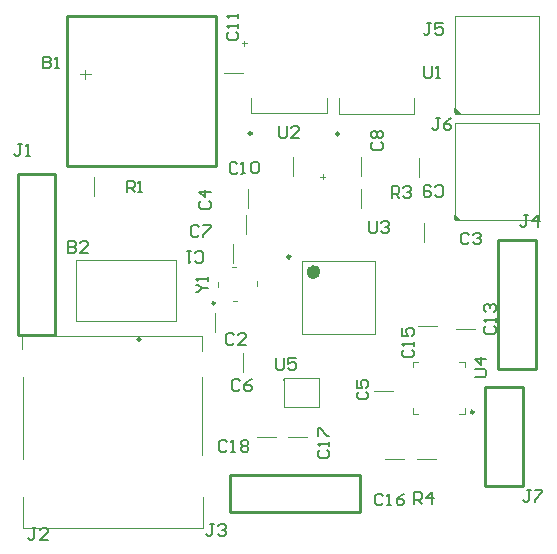
<source format=gto>
G04*
G04 #@! TF.GenerationSoftware,Altium Limited,Altium Designer,22.8.2 (66)*
G04*
G04 Layer_Color=65535*
%FSLAX44Y44*%
%MOMM*%
G71*
G04*
G04 #@! TF.SameCoordinates,050CC896-B192-49FC-821C-D45D8B1C7AEE*
G04*
G04*
G04 #@! TF.FilePolarity,Positive*
G04*
G01*
G75*
%ADD10C,0.2500*%
%ADD11C,0.2540*%
%ADD12C,0.6000*%
%ADD13C,0.1000*%
%ADD14C,0.2000*%
G36*
X730000Y587000D02*
X733000Y590000D01*
X732750Y590250D01*
X730250D01*
X730000Y587000D01*
D02*
G37*
G36*
X875680Y728668D02*
X881407Y722940D01*
X876060D01*
X874725Y724275D01*
Y728070D01*
X875680Y728668D01*
D02*
G37*
G36*
Y818668D02*
X881407Y812940D01*
X876060D01*
X874725Y814275D01*
Y818070D01*
X875680Y818668D01*
D02*
G37*
D10*
X777200Y796500D02*
G03*
X777200Y796500I-1250J0D01*
G01*
X891250Y561000D02*
G03*
X891250Y561000I-1250J0D01*
G01*
X703200Y797000D02*
G03*
X703200Y797000I-1250J0D01*
G01*
X609090Y622503D02*
G03*
X609090Y622503I-1250J0D01*
G01*
X736000Y692500D02*
G03*
X736000Y692500I-1250J0D01*
G01*
D11*
X671877Y653114D02*
G03*
X671877Y653114I-1000J0D01*
G01*
X547000Y769000D02*
Y896000D01*
X673000Y769000D02*
Y896000D01*
X547000D02*
X673000D01*
X547000Y769000D02*
X673000D01*
X901000Y498200D02*
X933000D01*
X901000Y582200D02*
X933000D01*
X901000Y498200D02*
Y582200D01*
X933000Y498200D02*
Y582200D01*
X912000Y597600D02*
X944000D01*
X912000Y707000D02*
X944000D01*
X912000Y597600D02*
Y707000D01*
X944000Y597600D02*
Y707000D01*
X505000Y762400D02*
X537000D01*
X505000Y626400D02*
X537000D01*
Y762400D01*
X505000Y626400D02*
Y762400D01*
X685200Y476000D02*
Y508000D01*
X794600Y476000D02*
Y508000D01*
X685200D02*
X794600D01*
X685200Y476000D02*
X794600D01*
D12*
X758500Y679500D02*
G03*
X758500Y679500I-3000J0D01*
G01*
D13*
X777000Y813500D02*
Y826500D01*
Y813500D02*
X841000D01*
Y826500D01*
X558000Y847000D02*
X567000D01*
X562000Y843000D02*
Y851000D01*
X707842Y667761D02*
Y671761D01*
X686756Y684102D02*
X690296D01*
X674548Y667177D02*
Y670717D01*
X687011Y654892D02*
X691011D01*
X849002Y704952D02*
Y721052D01*
X697998Y711948D02*
Y728048D01*
X878750Y603500D02*
X883500D01*
Y598750D02*
Y603500D01*
X839500D02*
X844250D01*
X839500Y598750D02*
Y603500D01*
Y559500D02*
Y564250D01*
Y559500D02*
X844250D01*
X878750D02*
X883500D01*
Y564250D01*
X806952Y578998D02*
X823052D01*
X686998Y686948D02*
Y703048D01*
X694751Y873249D02*
X699001D01*
X680001Y847999D02*
X696001D01*
X696876Y871124D02*
Y875374D01*
X703000Y814000D02*
Y827000D01*
Y814000D02*
X767000D01*
Y827000D01*
X554500Y638250D02*
Y689500D01*
X639500D01*
Y638000D02*
Y689500D01*
X554750Y638000D02*
X639500D01*
X661750Y462525D02*
Y488753D01*
X509425Y462525D02*
Y488753D01*
Y462525D02*
X661750D01*
X509750Y521000D02*
Y591000D01*
X508750Y614000D02*
Y625000D01*
X660750D01*
Y525000D02*
Y591000D01*
Y613000D02*
Y625000D01*
X730250Y565250D02*
Y590250D01*
X760250D01*
Y565250D02*
Y590250D01*
X730250Y565250D02*
X760250D01*
X842952Y520998D02*
X859052D01*
X815952Y520998D02*
X832052D01*
X875948Y631002D02*
X892048D01*
X843682Y633728D02*
X859782D01*
X569998Y743948D02*
Y760048D01*
X695998Y594948D02*
Y611048D01*
X699998Y733948D02*
Y750048D01*
X796002Y733952D02*
Y750052D01*
X733952Y539998D02*
X750052D01*
X707952D02*
X724052D01*
X746000Y627000D02*
Y689000D01*
X808000Y627000D02*
Y689000D01*
X746000D02*
X808000D01*
X746000Y627000D02*
X808000D01*
X875750Y813250D02*
X946250D01*
Y896000D01*
X875250D02*
X946250D01*
X875250Y813750D02*
Y896000D01*
X875750Y723250D02*
X946250D01*
Y806000D01*
X875250D02*
X946250D01*
X875250Y723750D02*
Y806000D01*
X671998Y628948D02*
Y645048D01*
X763250Y758000D02*
Y762250D01*
X738000Y761000D02*
Y777000D01*
X761125Y760125D02*
X765375D01*
X845002Y759952D02*
Y776052D01*
X795998Y760948D02*
Y777048D01*
D14*
X892002Y590669D02*
X900332D01*
X901998Y592336D01*
Y595668D01*
X900332Y597334D01*
X892002D01*
X901998Y605664D02*
X892002D01*
X897000Y600666D01*
Y607331D01*
X939334Y494998D02*
X936002D01*
X937668D01*
Y486668D01*
X936002Y485002D01*
X934335D01*
X932669Y486668D01*
X942666Y494998D02*
X949331D01*
Y493332D01*
X942666Y486668D01*
Y485002D01*
X656002Y662336D02*
X657668D01*
X661000Y665668D01*
X657668Y669000D01*
X656002D01*
X661000Y665668D02*
X665998D01*
Y672332D02*
Y675665D01*
Y673998D01*
X656002D01*
X657668Y672332D01*
X723669Y606998D02*
Y598668D01*
X725335Y597002D01*
X728668D01*
X730334Y598668D01*
Y606998D01*
X740331D02*
X733666D01*
Y602000D01*
X736998Y603666D01*
X738664D01*
X740331Y602000D01*
Y598668D01*
X738664Y597002D01*
X735332D01*
X733666Y598668D01*
X802669Y722998D02*
Y714668D01*
X804335Y713002D01*
X807668D01*
X809334Y714668D01*
Y722998D01*
X812666Y721332D02*
X814332Y722998D01*
X817664D01*
X819331Y721332D01*
Y719666D01*
X817664Y718000D01*
X815998D01*
X817664D01*
X819331Y716334D01*
Y714668D01*
X817664Y713002D01*
X814332D01*
X812666Y714668D01*
X726669Y802998D02*
Y794668D01*
X728335Y793002D01*
X731668D01*
X733334Y794668D01*
Y802998D01*
X743331Y793002D02*
X736666D01*
X743331Y799666D01*
Y801332D01*
X741665Y802998D01*
X738332D01*
X736666Y801332D01*
X849335Y853998D02*
Y845668D01*
X851002Y844002D01*
X854334D01*
X856000Y845668D01*
Y853998D01*
X859332Y844002D02*
X862664D01*
X860998D01*
Y853998D01*
X859332Y852332D01*
X840669Y483002D02*
Y492998D01*
X845668D01*
X847334Y491332D01*
Y488000D01*
X845668Y486334D01*
X840669D01*
X844002D02*
X847334Y483002D01*
X855665D02*
Y492998D01*
X850666Y488000D01*
X857331D01*
X821669Y742002D02*
Y751998D01*
X826668D01*
X828334Y750332D01*
Y747000D01*
X826668Y745334D01*
X821669D01*
X825002D02*
X828334Y742002D01*
X831666Y750332D02*
X833332Y751998D01*
X836665D01*
X838331Y750332D01*
Y748666D01*
X836665Y747000D01*
X834998D01*
X836665D01*
X838331Y745334D01*
Y743668D01*
X836665Y742002D01*
X833332D01*
X831666Y743668D01*
X597336Y747002D02*
Y756998D01*
X602334D01*
X604000Y755332D01*
Y752000D01*
X602334Y750334D01*
X597336D01*
X600668D02*
X604000Y747002D01*
X607332D02*
X610664D01*
X608998D01*
Y756998D01*
X607332Y755332D01*
X862334Y809998D02*
X859002D01*
X860668D01*
Y801668D01*
X859002Y800002D01*
X857336D01*
X855669Y801668D01*
X872331Y809998D02*
X868998Y808332D01*
X865666Y805000D01*
Y801668D01*
X867332Y800002D01*
X870665D01*
X872331Y801668D01*
Y803334D01*
X870665Y805000D01*
X865666D01*
X855334Y889998D02*
X852002D01*
X853668D01*
Y881668D01*
X852002Y880002D01*
X850335D01*
X848669Y881668D01*
X865331Y889998D02*
X858666D01*
Y885000D01*
X861998Y886666D01*
X863664D01*
X865331Y885000D01*
Y881668D01*
X863664Y880002D01*
X860332D01*
X858666Y881668D01*
X937334Y727998D02*
X934002D01*
X935668D01*
Y719668D01*
X934002Y718002D01*
X932336D01*
X930669Y719668D01*
X945665Y718002D02*
Y727998D01*
X940666Y723000D01*
X947331D01*
X671334Y465998D02*
X668002D01*
X669668D01*
Y457668D01*
X668002Y456002D01*
X666336D01*
X664669Y457668D01*
X674666Y464332D02*
X676332Y465998D01*
X679665D01*
X681331Y464332D01*
Y462666D01*
X679665Y461000D01*
X677998D01*
X679665D01*
X681331Y459334D01*
Y457668D01*
X679665Y456002D01*
X676332D01*
X674666Y457668D01*
X520334Y462998D02*
X517002D01*
X518668D01*
Y454668D01*
X517002Y453002D01*
X515336D01*
X513669Y454668D01*
X530331Y453002D02*
X523666D01*
X530331Y459666D01*
Y461332D01*
X528665Y462998D01*
X525332D01*
X523666Y461332D01*
X509000Y787998D02*
X505668D01*
X507334D01*
Y779668D01*
X505668Y778002D01*
X504002D01*
X502336Y779668D01*
X512332Y778002D02*
X515664D01*
X513998D01*
Y787998D01*
X512332Y786332D01*
X682169Y535332D02*
X680502Y536998D01*
X677170D01*
X675504Y535332D01*
Y528668D01*
X677170Y527002D01*
X680502D01*
X682169Y528668D01*
X685501Y527002D02*
X688833D01*
X687167D01*
Y536998D01*
X685501Y535332D01*
X693831D02*
X695498Y536998D01*
X698830D01*
X700496Y535332D01*
Y533666D01*
X698830Y532000D01*
X700496Y530334D01*
Y528668D01*
X698830Y527002D01*
X695498D01*
X693831Y528668D01*
Y530334D01*
X695498Y532000D01*
X693831Y533666D01*
Y535332D01*
X695498Y532000D02*
X698830D01*
X760668Y529169D02*
X759002Y527502D01*
Y524170D01*
X760668Y522504D01*
X767332D01*
X768998Y524170D01*
Y527502D01*
X767332Y529169D01*
X768998Y532501D02*
Y535833D01*
Y534167D01*
X759002D01*
X760668Y532501D01*
X759002Y540831D02*
Y547496D01*
X760668D01*
X767332Y540831D01*
X768998D01*
X814169Y490332D02*
X812502Y491998D01*
X809170D01*
X807504Y490332D01*
Y483668D01*
X809170Y482002D01*
X812502D01*
X814169Y483668D01*
X817501Y482002D02*
X820833D01*
X819167D01*
Y491998D01*
X817501Y490332D01*
X832496Y491998D02*
X829164Y490332D01*
X825832Y487000D01*
Y483668D01*
X827498Y482002D01*
X830830D01*
X832496Y483668D01*
Y485334D01*
X830830Y487000D01*
X825832D01*
X832398Y613899D02*
X830732Y612232D01*
Y608900D01*
X832398Y607234D01*
X839062D01*
X840728Y608900D01*
Y612232D01*
X839062Y613899D01*
X840728Y617231D02*
Y620563D01*
Y618897D01*
X830732D01*
X832398Y617231D01*
X830732Y632226D02*
Y625561D01*
X835730D01*
X834064Y628894D01*
Y630560D01*
X835730Y632226D01*
X839062D01*
X840728Y630560D01*
Y627228D01*
X839062Y625561D01*
X901668Y634169D02*
X900002Y632502D01*
Y629170D01*
X901668Y627504D01*
X908332D01*
X909998Y629170D01*
Y632502D01*
X908332Y634169D01*
X909998Y637501D02*
Y640833D01*
Y639167D01*
X900002D01*
X901668Y637501D01*
Y645831D02*
X900002Y647498D01*
Y650830D01*
X901668Y652496D01*
X903334D01*
X905000Y650830D01*
Y649164D01*
Y650830D01*
X906666Y652496D01*
X908332D01*
X909998Y650830D01*
Y647498D01*
X908332Y645831D01*
X683668Y882835D02*
X682002Y881169D01*
Y877836D01*
X683668Y876170D01*
X690332D01*
X691998Y877836D01*
Y881169D01*
X690332Y882835D01*
X691998Y886167D02*
Y889499D01*
Y887833D01*
X682002D01*
X683668Y886167D01*
X691998Y894498D02*
Y897830D01*
Y896164D01*
X682002D01*
X683668Y894498D01*
X691126Y771256D02*
X689438Y772901D01*
X686106Y772857D01*
X684462Y771170D01*
X684548Y764506D01*
X686236Y762861D01*
X689568Y762905D01*
X691212Y764592D01*
X694566Y762970D02*
X697898Y763013D01*
X696232Y762991D01*
X696102Y772987D01*
X694458Y771300D01*
X702788Y771408D02*
X704432Y773095D01*
X707764Y773139D01*
X709452Y771494D01*
X709538Y764830D01*
X707894Y763142D01*
X704562Y763099D01*
X702874Y764744D01*
X702788Y771408D01*
X858666Y744668D02*
X860332Y743002D01*
X863664D01*
X865331Y744668D01*
Y751332D01*
X863664Y752998D01*
X860332D01*
X858666Y751332D01*
X855334D02*
X853668Y752998D01*
X850335D01*
X848669Y751332D01*
Y744668D01*
X850335Y743002D01*
X853668D01*
X855334Y744668D01*
Y746334D01*
X853668Y748000D01*
X848669D01*
X805668Y789334D02*
X804002Y787668D01*
Y784335D01*
X805668Y782669D01*
X812332D01*
X813998Y784335D01*
Y787668D01*
X812332Y789334D01*
X805668Y792666D02*
X804002Y794332D01*
Y797664D01*
X805668Y799331D01*
X807334D01*
X809000Y797664D01*
X810666Y799331D01*
X812332D01*
X813998Y797664D01*
Y794332D01*
X812332Y792666D01*
X810666D01*
X809000Y794332D01*
X807334Y792666D01*
X805668D01*
X809000Y794332D02*
Y797664D01*
X658334Y717332D02*
X656668Y718998D01*
X653335D01*
X651669Y717332D01*
Y710668D01*
X653335Y709002D01*
X656668D01*
X658334Y710668D01*
X661666Y718998D02*
X668331D01*
Y717332D01*
X661666Y710668D01*
Y709002D01*
X693334Y587332D02*
X691668Y588998D01*
X688335D01*
X686669Y587332D01*
Y580668D01*
X688335Y579002D01*
X691668D01*
X693334Y580668D01*
X703331Y588998D02*
X699998Y587332D01*
X696666Y584000D01*
Y580668D01*
X698332Y579002D01*
X701665D01*
X703331Y580668D01*
Y582334D01*
X701665Y584000D01*
X696666D01*
X793668Y578334D02*
X792001Y576668D01*
Y573335D01*
X793668Y571669D01*
X800332D01*
X801998Y573335D01*
Y576668D01*
X800332Y578334D01*
X792001Y588331D02*
Y581666D01*
X797000D01*
X795334Y584998D01*
Y586665D01*
X797000Y588331D01*
X800332D01*
X801998Y586665D01*
Y583332D01*
X800332Y581666D01*
X660668Y739334D02*
X659002Y737668D01*
Y734335D01*
X660668Y732669D01*
X667332D01*
X668998Y734335D01*
Y737668D01*
X667332Y739334D01*
X668998Y747664D02*
X659002D01*
X664000Y742666D01*
Y749331D01*
X887334Y711332D02*
X885668Y712998D01*
X882336D01*
X880669Y711332D01*
Y704668D01*
X882336Y703002D01*
X885668D01*
X887334Y704668D01*
X890666Y711332D02*
X892332Y712998D01*
X895665D01*
X897331Y711332D01*
Y709666D01*
X895665Y708000D01*
X893998D01*
X895665D01*
X897331Y706334D01*
Y704668D01*
X895665Y703002D01*
X892332D01*
X890666Y704668D01*
X688334Y626332D02*
X686668Y627998D01*
X683335D01*
X681669Y626332D01*
Y619668D01*
X683335Y618002D01*
X686668D01*
X688334Y619668D01*
X698331Y618002D02*
X691666D01*
X698331Y624666D01*
Y626332D01*
X696665Y627998D01*
X693332D01*
X691666Y626332D01*
X655000Y688668D02*
X656666Y687001D01*
X659998D01*
X661665Y688668D01*
Y695332D01*
X659998Y696998D01*
X656666D01*
X655000Y695332D01*
X651668Y696998D02*
X648335D01*
X650002D01*
Y687001D01*
X651668Y688668D01*
X547669Y705998D02*
Y696002D01*
X552668D01*
X554334Y697668D01*
Y699334D01*
X552668Y701000D01*
X547669D01*
X552668D01*
X554334Y702666D01*
Y704332D01*
X552668Y705998D01*
X547669D01*
X564331Y696002D02*
X557666D01*
X564331Y702666D01*
Y704332D01*
X562664Y705998D01*
X559332D01*
X557666Y704332D01*
X526335Y861998D02*
Y852002D01*
X531334D01*
X533000Y853668D01*
Y855334D01*
X531334Y857000D01*
X526335D01*
X531334D01*
X533000Y858666D01*
Y860332D01*
X531334Y861998D01*
X526335D01*
X536332Y852002D02*
X539664D01*
X537998D01*
Y861998D01*
X536332Y860332D01*
M02*

</source>
